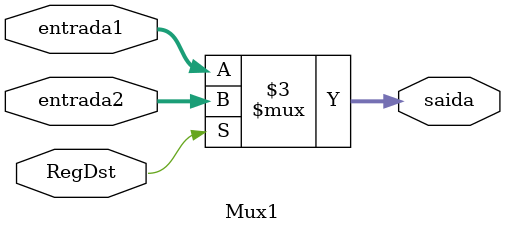
<source format=v>
module Mux1(RegDst, entrada1, entrada2, saida);

	input	RegDst;
	input [4:0] entrada1;	//Instruçao [20:16]
	input [4:0] entrada2;	//Instruçao [15:11]
	
	output reg [4:0] saida;
	
	always @(*) begin
		if(RegDst)
			saida = entrada2;
		else
			saida = entrada1;
	end
	
	//assign 	saida = RegDst==1 ? entrada2 : entrada1;

endmodule	
</source>
